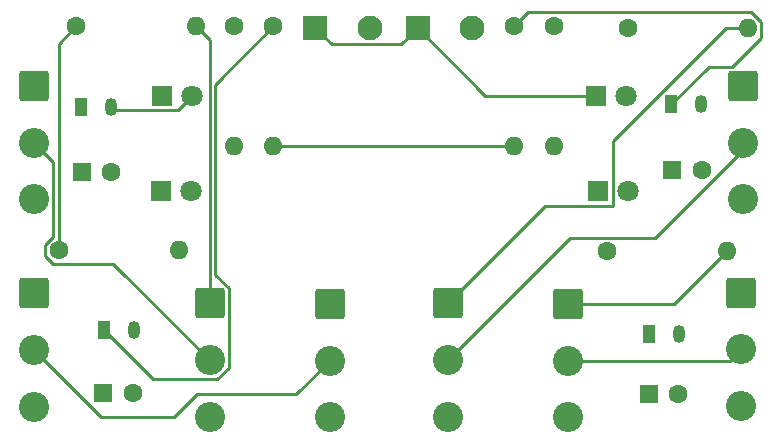
<source format=gbl>
G04 #@! TF.GenerationSoftware,KiCad,Pcbnew,(6.0.2-0)*
G04 #@! TF.CreationDate,2025-10-04T10:08:23-04:00*
G04 #@! TF.ProjectId,Quad_Drone,51756164-5f44-4726-9f6e-652e6b696361,rev?*
G04 #@! TF.SameCoordinates,Original*
G04 #@! TF.FileFunction,Copper,L2,Bot*
G04 #@! TF.FilePolarity,Positive*
%FSLAX46Y46*%
G04 Gerber Fmt 4.6, Leading zero omitted, Abs format (unit mm)*
G04 Created by KiCad (PCBNEW (6.0.2-0)) date 2025-10-04 10:08:23*
%MOMM*%
%LPD*%
G01*
G04 APERTURE LIST*
G04 Aperture macros list*
%AMRoundRect*
0 Rectangle with rounded corners*
0 $1 Rounding radius*
0 $2 $3 $4 $5 $6 $7 $8 $9 X,Y pos of 4 corners*
0 Add a 4 corners polygon primitive as box body*
4,1,4,$2,$3,$4,$5,$6,$7,$8,$9,$2,$3,0*
0 Add four circle primitives for the rounded corners*
1,1,$1+$1,$2,$3*
1,1,$1+$1,$4,$5*
1,1,$1+$1,$6,$7*
1,1,$1+$1,$8,$9*
0 Add four rect primitives between the rounded corners*
20,1,$1+$1,$2,$3,$4,$5,0*
20,1,$1+$1,$4,$5,$6,$7,0*
20,1,$1+$1,$6,$7,$8,$9,0*
20,1,$1+$1,$8,$9,$2,$3,0*%
G04 Aperture macros list end*
G04 #@! TA.AperFunction,ComponentPad*
%ADD10RoundRect,0.250001X-0.799999X-0.799999X0.799999X-0.799999X0.799999X0.799999X-0.799999X0.799999X0*%
G04 #@! TD*
G04 #@! TA.AperFunction,ComponentPad*
%ADD11C,2.100000*%
G04 #@! TD*
G04 #@! TA.AperFunction,ComponentPad*
%ADD12R,1.800000X1.800000*%
G04 #@! TD*
G04 #@! TA.AperFunction,ComponentPad*
%ADD13C,1.800000*%
G04 #@! TD*
G04 #@! TA.AperFunction,ComponentPad*
%ADD14R,1.050000X1.500000*%
G04 #@! TD*
G04 #@! TA.AperFunction,ComponentPad*
%ADD15O,1.050000X1.500000*%
G04 #@! TD*
G04 #@! TA.AperFunction,ComponentPad*
%ADD16C,2.550000*%
G04 #@! TD*
G04 #@! TA.AperFunction,ComponentPad*
%ADD17RoundRect,0.249999X-1.025001X1.025001X-1.025001X-1.025001X1.025001X-1.025001X1.025001X1.025001X0*%
G04 #@! TD*
G04 #@! TA.AperFunction,ComponentPad*
%ADD18R,1.600000X1.600000*%
G04 #@! TD*
G04 #@! TA.AperFunction,ComponentPad*
%ADD19C,1.600000*%
G04 #@! TD*
G04 #@! TA.AperFunction,ComponentPad*
%ADD20O,1.600000X1.600000*%
G04 #@! TD*
G04 #@! TA.AperFunction,Conductor*
%ADD21C,0.250000*%
G04 #@! TD*
G04 APERTURE END LIST*
D10*
X187750000Y-52500000D03*
D11*
X192350000Y-52500000D03*
X183700000Y-52500000D03*
D10*
X179100000Y-52500000D03*
D12*
X203050000Y-66350000D03*
D13*
X205590000Y-66350000D03*
D12*
X202900000Y-58250000D03*
D13*
X205440000Y-58250000D03*
D12*
X166050000Y-66300000D03*
D13*
X168590000Y-66300000D03*
D12*
X166125000Y-58250000D03*
D13*
X168665000Y-58250000D03*
D14*
X207330000Y-78410000D03*
D15*
X209870000Y-78410000D03*
D14*
X209250000Y-59000000D03*
D15*
X211790000Y-59000000D03*
D14*
X161180000Y-78110000D03*
D15*
X163720000Y-78110000D03*
D14*
X159250000Y-59250000D03*
D15*
X161790000Y-59250000D03*
D16*
X155300000Y-67050000D03*
X155300000Y-62250000D03*
D17*
X155300000Y-57450000D03*
D16*
X155250000Y-84600000D03*
X155250000Y-79800000D03*
D17*
X155250000Y-75000000D03*
D16*
X215300000Y-67050000D03*
X215300000Y-62250000D03*
D17*
X215300000Y-57450000D03*
D16*
X215150000Y-84550000D03*
X215150000Y-79750000D03*
D17*
X215150000Y-74950000D03*
D16*
X190300000Y-85450000D03*
X190300000Y-80650000D03*
D17*
X190300000Y-75850000D03*
D16*
X170150000Y-85450000D03*
X170150000Y-80650000D03*
D17*
X170150000Y-75850000D03*
D16*
X180300000Y-85500000D03*
X180300000Y-80700000D03*
D17*
X180300000Y-75900000D03*
D16*
X200450000Y-85500000D03*
X200450000Y-80700000D03*
D17*
X200450000Y-75900000D03*
D18*
X209314888Y-64590000D03*
D19*
X211814888Y-64590000D03*
X205570000Y-52500000D03*
D20*
X215730000Y-52500000D03*
D19*
X161814888Y-64740000D03*
D18*
X159314888Y-64740000D03*
D19*
X158820000Y-52400000D03*
D20*
X168980000Y-52400000D03*
D19*
X157370000Y-71350000D03*
D20*
X167530000Y-71350000D03*
X172200000Y-62530000D03*
D19*
X172200000Y-52370000D03*
X163644888Y-83400000D03*
D18*
X161144888Y-83400000D03*
D19*
X195950000Y-52320000D03*
D20*
X195950000Y-62480000D03*
X175550000Y-62530000D03*
D19*
X175550000Y-52370000D03*
X203770000Y-71400000D03*
D20*
X213930000Y-71400000D03*
X199300000Y-62480000D03*
D19*
X199300000Y-52320000D03*
X209844888Y-83500000D03*
D18*
X207344888Y-83500000D03*
D21*
X200450000Y-80700000D02*
X214200000Y-80700000D01*
X214200000Y-80700000D02*
X215150000Y-79750000D01*
X165319511Y-82249511D02*
X161180000Y-78110000D01*
X170812540Y-82249511D02*
X165319511Y-82249511D01*
X171749520Y-81312531D02*
X170812540Y-82249511D01*
X171749520Y-74587026D02*
X171749520Y-81312531D01*
X170599520Y-57320480D02*
X170599520Y-73437026D01*
X170599520Y-73437026D02*
X171749520Y-74587026D01*
X175550000Y-52370000D02*
X170599520Y-57320480D01*
X155250000Y-79800000D02*
X160942594Y-85492594D01*
X160942594Y-85492594D02*
X167107406Y-85492594D01*
X167107406Y-85492594D02*
X169050000Y-83550000D01*
X169050000Y-83550000D02*
X177450000Y-83550000D01*
X177450000Y-83550000D02*
X180300000Y-80700000D01*
X195950000Y-62480000D02*
X175600000Y-62480000D01*
X175600000Y-62480000D02*
X175550000Y-62530000D01*
X187750000Y-52500000D02*
X193500000Y-58250000D01*
X193500000Y-58250000D02*
X202900000Y-58250000D01*
X179100000Y-52500000D02*
X180474511Y-53874511D01*
X180474511Y-53874511D02*
X186375489Y-53874511D01*
X186375489Y-53874511D02*
X187750000Y-52500000D01*
X209250000Y-59000000D02*
X212399520Y-55850480D01*
X212399520Y-55850480D02*
X214399520Y-55850480D01*
X216854511Y-53395489D02*
X216854511Y-52034211D01*
X214399520Y-55850480D02*
X216854511Y-53395489D01*
X197074511Y-51195489D02*
X195950000Y-52320000D01*
X216854511Y-52034211D02*
X216015789Y-51195489D01*
X216015789Y-51195489D02*
X197074511Y-51195489D01*
X213930000Y-71400000D02*
X209430000Y-75900000D01*
X209430000Y-75900000D02*
X200450000Y-75900000D01*
X190300000Y-75850000D02*
X198575489Y-67574511D01*
X213855085Y-52500000D02*
X215730000Y-52500000D01*
X198575489Y-67574511D02*
X204274511Y-67574511D01*
X204274511Y-67574511D02*
X204274511Y-62080574D01*
X204274511Y-62080574D02*
X213855085Y-52500000D01*
X190300000Y-80650000D02*
X200674511Y-70275489D01*
X207874511Y-70275489D02*
X215300000Y-62850000D01*
X200674511Y-70275489D02*
X207874511Y-70275489D01*
X215300000Y-62850000D02*
X215300000Y-62250000D01*
X161790000Y-59250000D02*
X162014511Y-59474511D01*
X162014511Y-59474511D02*
X167440489Y-59474511D01*
X167440489Y-59474511D02*
X168665000Y-58250000D01*
X161974511Y-72474511D02*
X156904211Y-72474511D01*
X156920480Y-63870480D02*
X155300000Y-62250000D01*
X156904211Y-72474511D02*
X156245489Y-71815789D01*
X170150000Y-80650000D02*
X161974511Y-72474511D01*
X156245489Y-71815789D02*
X156245489Y-70884211D01*
X156245489Y-70884211D02*
X156920480Y-70209220D01*
X156920480Y-70209220D02*
X156920480Y-63870480D01*
X168980000Y-52400000D02*
X170150000Y-53570000D01*
X170150000Y-53570000D02*
X170150000Y-75850000D01*
X158820000Y-52400000D02*
X157370000Y-53850000D01*
X157370000Y-53850000D02*
X157370000Y-71350000D01*
M02*

</source>
